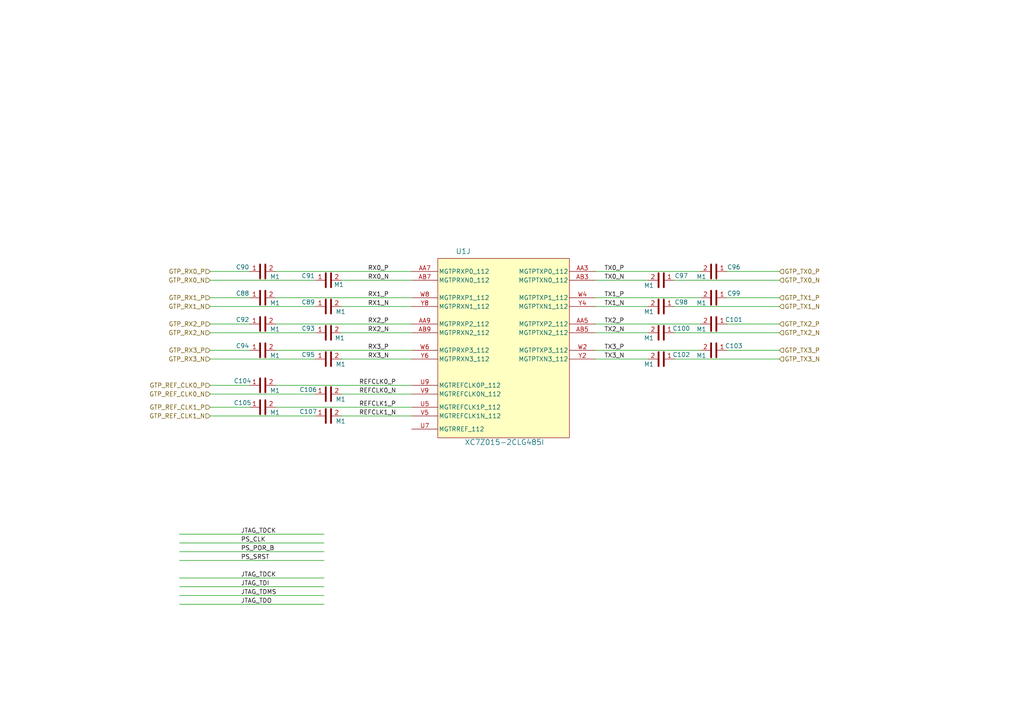
<source format=kicad_sch>
(kicad_sch (version 20250114) (generator "eeschema") (generator_version "9.0")
  (paper "A4")
  (wire (pts (xy 80.01 93.98) (xy 119.38 93.98)))
  (wire (pts (xy 210.82 86.36) (xy 226.06 86.36)))
  (wire (pts (xy 52.07 172.72) (xy 93.98 172.72)))
  (wire (pts (xy 210.82 93.98) (xy 226.06 93.98)))
  (wire (pts (xy 226.06 88.9) (xy 195.58 88.9)))
  (wire (pts (xy 226.06 81.28) (xy 195.58 81.28)))
  (wire (pts (xy 99.06 114.3) (xy 119.38 114.3)))
  (wire (pts (xy 210.82 78.74) (xy 226.06 78.74)))
  (wire (pts (xy 80.01 86.36) (xy 119.38 86.36)))
  (wire (pts (xy 60.96 118.11) (xy 72.39 118.11)))
  (wire (pts (xy 187.96 88.9) (xy 172.72 88.9)))
  (wire (pts (xy 203.2 93.98) (xy 172.72 93.98)))
  (wire (pts (xy 99.06 104.14) (xy 119.38 104.14)))
  (wire (pts (xy 60.96 111.76) (xy 72.39 111.76)))
  (wire (pts (xy 60.96 120.65) (xy 91.44 120.65)))
  (wire (pts (xy 60.96 104.14) (xy 91.44 104.14)))
  (wire (pts (xy 226.06 96.52) (xy 195.58 96.52)))
  (wire (pts (xy 203.2 101.6) (xy 172.72 101.6)))
  (wire (pts (xy 226.06 104.14) (xy 195.58 104.14)))
  (wire (pts (xy 52.07 175.26) (xy 93.98 175.26)))
  (wire (pts (xy 52.07 154.94) (xy 93.98 154.94)))
  (wire (pts (xy 80.01 101.6) (xy 119.38 101.6)))
  (wire (pts (xy 187.96 96.52) (xy 172.72 96.52)))
  (wire (pts (xy 52.07 167.64) (xy 93.98 167.64)))
  (wire (pts (xy 187.96 104.14) (xy 172.72 104.14)))
  (wire (pts (xy 210.82 101.6) (xy 226.06 101.6)))
  (wire (pts (xy 60.96 81.28) (xy 91.44 81.28)))
  (wire (pts (xy 80.01 78.74) (xy 119.38 78.74)))
  (wire (pts (xy 52.07 160.02) (xy 93.98 160.02)))
  (wire (pts (xy 60.96 101.6) (xy 72.39 101.6)))
  (wire (pts (xy 60.96 78.74) (xy 72.39 78.74)))
  (wire (pts (xy 80.01 118.11) (xy 119.38 118.11)))
  (wire (pts (xy 187.96 81.28) (xy 172.72 81.28)))
  (wire (pts (xy 60.96 96.52) (xy 91.44 96.52)))
  (wire (pts (xy 52.07 170.18) (xy 93.98 170.18)))
  (wire (pts (xy 60.96 88.9) (xy 91.44 88.9)))
  (wire (pts (xy 203.2 86.36) (xy 172.72 86.36)))
  (wire (pts (xy 52.07 162.56) (xy 93.98 162.56)))
  (wire (pts (xy 99.06 96.52) (xy 119.38 96.52)))
  (wire (pts (xy 99.06 120.65) (xy 119.38 120.65)))
  (wire (pts (xy 99.06 81.28) (xy 119.38 81.28)))
  (wire (pts (xy 99.06 88.9) (xy 119.38 88.9)))
  (wire (pts (xy 203.2 78.74) (xy 172.72 78.74)))
  (wire (pts (xy 80.01 111.76) (xy 119.38 111.76)))
  (wire (pts (xy 60.96 93.98) (xy 72.39 93.98)))
  (wire (pts (xy 60.96 114.3) (xy 91.44 114.3)))
  (wire (pts (xy 60.96 86.36) (xy 72.39 86.36)))
  (wire (pts (xy 52.07 157.48) (xy 93.98 157.48)))
  (label "RX1_P" (at 106.68 86.36 0))
  (label "JTAG_TDCK" (at 69.85 167.64 0))
  (label "TX0_P" (at 175.26 78.74 0))
  (label "RX0_P" (at 106.68 78.74 0))
  (label "TX1_P" (at 175.26 86.36 0))
  (label "PS_POR_B" (at 69.85 160.02 0))
  (label "TX3_P" (at 175.26 101.6 0))
  (label "REFCLK0_N" (at 104.14 114.3 0))
  (label "TX0_N" (at 175.26 81.28 0))
  (label "RX1_N" (at 106.68 88.9 0))
  (label "TX2_N" (at 175.26 96.52 0))
  (label "PS_SRST" (at 69.85 162.56 0))
  (label "REFCLK1_N" (at 104.14 120.65 0))
  (label "TX3_N" (at 175.26 104.14 0))
  (label "PS_CLK" (at 69.85 157.48 0))
  (label "RX3_P" (at 106.68 101.6 0))
  (label "REFCLK0_P" (at 104.14 111.76 0))
  (label "RX0_N" (at 106.68 81.28 0))
  (label "JTAG_TDCK" (at 69.85 154.94 0))
  (label "TX1_N" (at 175.26 88.9 0))
  (label "REFCLK1_P" (at 104.14 118.11 0))
  (label "RX3_N" (at 106.68 104.14 0))
  (label "TX2_P" (at 175.26 93.98 0))
  (label "RX2_P" (at 106.68 93.98 0))
  (label "JTAG_TDMS" (at 69.85 172.72 0))
  (label "JTAG_TDO" (at 69.85 175.26 0))
  (label "JTAG_TDI" (at 69.85 170.18 0))
  (label "RX2_N" (at 106.68 96.52 0))
  (hierarchical_label "GTP_TX2_N" (shape input) (at 226.06 96.52 0))
  (hierarchical_label "GTP_REF_CLK1_P" (shape input) (at 60.96 118.11 180))
  (hierarchical_label "GTP_RX2_N" (shape input) (at 60.96 96.52 180))
  (hierarchical_label "GTP_RX3_P" (shape input) (at 60.96 101.6 180))
  (hierarchical_label "GTP_RX1_P" (shape input) (at 60.96 86.36 180))
  (hierarchical_label "GTP_REF_CLK0_N" (shape input) (at 60.96 114.3 180))
  (hierarchical_label "GTP_TX2_P" (shape input) (at 226.06 93.98 0))
  (hierarchical_label "GTP_REF_CLK0_P" (shape input) (at 60.96 111.76 180))
  (hierarchical_label "GTP_REF_CLK1_N" (shape input) (at 60.96 120.65 180))
  (hierarchical_label "GTP_TX1_N" (shape input) (at 226.06 88.9 0))
  (hierarchical_label "GTP_RX3_N" (shape input) (at 60.96 104.14 180))
  (hierarchical_label "GTP_RX0_N" (shape input) (at 60.96 81.28 180))
  (hierarchical_label "GTP_TX0_N" (shape input) (at 226.06 81.28 0))
  (hierarchical_label "GTP_TX0_P" (shape input) (at 226.06 78.74 0))
  (hierarchical_label "GTP_TX3_N" (shape input) (at 226.06 104.14 0))
  (hierarchical_label "GTP_RX2_P" (shape input) (at 60.96 93.98 180))
  (hierarchical_label "GTP_TX3_P" (shape input) (at 226.06 101.6 0))
  (hierarchical_label "GTP_TX1_P" (shape input) (at 226.06 86.36 0))
  (hierarchical_label "GTP_RX1_N" (shape input) (at 60.96 88.9 180))
  (hierarchical_label "GTP_RX0_P" (shape input) (at 60.96 78.74 180))
  (symbol (lib_id "PPA-Pasive:Cap") (at 191.77 81.28 270) (mirror x) (unit 1)
    (property "Reference" "C97" (at 197.612 80.01 90))
    (property "Value" "M1" (at 188.214 82.804 90))
    (property "Footprint" "Capacitor_SMD:C_0201_0603Metric" (effects (hide yes)))
    (property "Description" "capacitor" (effects (hide yes)))
    (property "Voltage" "100V" (effects (hide yes)))
    (property "Material" "X7R" (effects (hide yes)))
    (property "PN" "CL03A104KP3NNNC" (effects (hide yes)))
    (property "JLC" "C49062" (effects (hide yes)))
    (property "JLCPCB Part #" "C1581" (effects (hide yes)))
  )
  (symbol (lib_id "PPA-Pasive:Cap") (at 207.01 93.98 270) (mirror x) (unit 1)
    (property "Reference" "C101" (at 212.852 92.71 90))
    (property "Value" "M1" (at 203.454 95.504 90))
    (property "Footprint" "Capacitor_SMD:C_0201_0603Metric" (effects (hide yes)))
    (property "Description" "capacitor" (effects (hide yes)))
    (property "Voltage" "100V" (effects (hide yes)))
    (property "Material" "X7R" (effects (hide yes)))
    (property "PN" "CL03A104KP3NNNC" (effects (hide yes)))
    (property "JLC" "C49062" (effects (hide yes)))
    (property "JLCPCB Part #" "C1581" (effects (hide yes)))
  )
  (symbol (lib_id "XC7Z015-1CLG485C:XC7Z015-1CLG485I") (at 119.38 78.74 0) (unit 10)
    (property "Reference" "U1" (at 134.366 72.898 0) (effects (font (size 1.524 1.524))))
    (property "Value" "XC7Z015-2CLG485I" (at 146.304 128.27 0) (effects (font (size 1.524 1.524))))
    (property "Footprint" "CLG485XC7Z012S/XC7Z015_AMD" (effects (hide yes)))
    (property "Datasheet" "XC7Z015-1CLG485I" (effects (hide yes)))
    (property "JLCPCB Part #" " C1522056" (effects (hide yes)))
  )
  (symbol (lib_id "PPA-Pasive:Cap") (at 207.01 101.6 270) (mirror x) (unit 1)
    (property "Reference" "C103" (at 212.852 100.33 90))
    (property "Value" "M1" (at 203.454 103.124 90))
    (property "Footprint" "Capacitor_SMD:C_0201_0603Metric" (effects (hide yes)))
    (property "Description" "capacitor" (effects (hide yes)))
    (property "Voltage" "100V" (effects (hide yes)))
    (property "Material" "X7R" (effects (hide yes)))
    (property "PN" "CL03A104KP3NNNC" (effects (hide yes)))
    (property "JLC" "C49062" (effects (hide yes)))
    (property "JLCPCB Part #" "C1581" (effects (hide yes)))
  )
  (symbol (lib_id "PPA-Pasive:Cap") (at 76.2 101.6 90) (unit 1)
    (property "Reference" "C94" (at 70.358 100.33 90))
    (property "Value" "M1" (at 79.756 103.124 90))
    (property "Footprint" "Capacitor_SMD:C_0201_0603Metric" (effects (hide yes)))
    (property "Description" "capacitor" (effects (hide yes)))
    (property "Voltage" "100V" (effects (hide yes)))
    (property "Material" "X7R" (effects (hide yes)))
    (property "PN" "CL03A104KP3NNNC" (effects (hide yes)))
    (property "JLC" "C49062" (effects (hide yes)))
    (property "JLCPCB Part #" "C1581" (effects (hide yes)))
  )
  (symbol (lib_id "PPA-Pasive:Cap") (at 191.77 88.9 270) (mirror x) (unit 1)
    (property "Reference" "C98" (at 197.612 87.63 90))
    (property "Value" "M1" (at 188.214 90.424 90))
    (property "Footprint" "Capacitor_SMD:C_0201_0603Metric" (effects (hide yes)))
    (property "Description" "capacitor" (effects (hide yes)))
    (property "Voltage" "100V" (effects (hide yes)))
    (property "Material" "X7R" (effects (hide yes)))
    (property "PN" "CL03A104KP3NNNC" (effects (hide yes)))
    (property "JLC" "C49062" (effects (hide yes)))
    (property "JLCPCB Part #" "C1581" (effects (hide yes)))
  )
  (symbol (lib_id "PPA-Pasive:Cap") (at 76.2 78.74 90) (unit 1)
    (property "Reference" "C90" (at 70.358 77.47 90))
    (property "Value" "M1" (at 79.756 80.264 90))
    (property "Footprint" "Capacitor_SMD:C_0201_0603Metric" (effects (hide yes)))
    (property "Description" "capacitor" (effects (hide yes)))
    (property "Voltage" "100V" (effects (hide yes)))
    (property "Material" "X7R" (effects (hide yes)))
    (property "PN" "CL03A104KP3NNNC" (effects (hide yes)))
    (property "JLC" "C49062" (effects (hide yes)))
    (property "JLCPCB Part #" "C1581" (effects (hide yes)))
  )
  (symbol (lib_id "PPA-Pasive:Cap") (at 207.01 78.74 270) (mirror x) (unit 1)
    (property "Reference" "C96" (at 212.852 77.47 90))
    (property "Value" "M1" (at 203.454 80.264 90))
    (property "Footprint" "Capacitor_SMD:C_0201_0603Metric" (effects (hide yes)))
    (property "Description" "capacitor" (effects (hide yes)))
    (property "Voltage" "100V" (effects (hide yes)))
    (property "Material" "X7R" (effects (hide yes)))
    (property "PN" "CL03A104KP3NNNC" (effects (hide yes)))
    (property "JLC" "C49062" (effects (hide yes)))
    (property "JLCPCB Part #" "C1581" (effects (hide yes)))
  )
  (symbol (lib_id "PPA-Pasive:Cap") (at 95.25 88.9 90) (unit 1)
    (property "Reference" "C89" (at 89.408 87.63 90))
    (property "Value" "M1" (at 98.806 90.424 90))
    (property "Footprint" "Capacitor_SMD:C_0201_0603Metric" (effects (hide yes)))
    (property "Description" "capacitor" (effects (hide yes)))
    (property "Voltage" "100V" (effects (hide yes)))
    (property "Material" "X7R" (effects (hide yes)))
    (property "PN" "CL03A104KP3NNNC" (effects (hide yes)))
    (property "JLC" "C49062" (effects (hide yes)))
    (property "JLCPCB Part #" "C1581" (effects (hide yes)))
  )
  (symbol (lib_id "PPA-Pasive:Cap") (at 207.01 86.36 270) (mirror x) (unit 1)
    (property "Reference" "C99" (at 212.852 85.09 90))
    (property "Value" "M1" (at 203.454 87.884 90))
    (property "Footprint" "Capacitor_SMD:C_0201_0603Metric" (effects (hide yes)))
    (property "Description" "capacitor" (effects (hide yes)))
    (property "Voltage" "100V" (effects (hide yes)))
    (property "Material" "X7R" (effects (hide yes)))
    (property "PN" "CL03A104KP3NNNC" (effects (hide yes)))
    (property "JLC" "C49062" (effects (hide yes)))
    (property "JLCPCB Part #" "C1581" (effects (hide yes)))
  )
  (symbol (lib_id "PPA-Pasive:Cap") (at 191.77 96.52 270) (mirror x) (unit 1)
    (property "Reference" "C100" (at 197.612 95.25 90))
    (property "Value" "M1" (at 188.214 98.044 90))
    (property "Footprint" "Capacitor_SMD:C_0201_0603Metric" (effects (hide yes)))
    (property "Description" "capacitor" (effects (hide yes)))
    (property "Voltage" "100V" (effects (hide yes)))
    (property "Material" "X7R" (effects (hide yes)))
    (property "PN" "CL03A104KP3NNNC" (effects (hide yes)))
    (property "JLC" "C49062" (effects (hide yes)))
    (property "JLCPCB Part #" "C1581" (effects (hide yes)))
  )
  (symbol (lib_id "PPA-Pasive:Cap") (at 95.25 104.14 90) (unit 1)
    (property "Reference" "C95" (at 89.408 102.87 90))
    (property "Value" "M1" (at 98.806 105.664 90))
    (property "Footprint" "Capacitor_SMD:C_0201_0603Metric" (effects (hide yes)))
    (property "Description" "capacitor" (effects (hide yes)))
    (property "Voltage" "100V" (effects (hide yes)))
    (property "Material" "X7R" (effects (hide yes)))
    (property "PN" "CL03A104KP3NNNC" (effects (hide yes)))
    (property "JLC" "C49062" (effects (hide yes)))
    (property "JLCPCB Part #" "C1581" (effects (hide yes)))
  )
  (symbol (lib_id "PPA-Pasive:Cap") (at 76.2 118.11 90) (unit 1)
    (property "Reference" "C105" (at 70.358 116.84 90))
    (property "Value" "M1" (at 79.756 119.634 90))
    (property "Footprint" "Capacitor_SMD:C_0201_0603Metric" (effects (hide yes)))
    (property "Description" "capacitor" (effects (hide yes)))
    (property "Voltage" "100V" (effects (hide yes)))
    (property "Material" "X7R" (effects (hide yes)))
    (property "PN" "CL03A104KP3NNNC" (effects (hide yes)))
    (property "JLC" "C49062" (effects (hide yes)))
    (property "JLCPCB Part #" "C1581" (effects (hide yes)))
  )
  (symbol (lib_id "PPA-Pasive:Cap") (at 95.25 96.52 90) (unit 1)
    (property "Reference" "C93" (at 89.408 95.25 90))
    (property "Value" "M1" (at 98.552 98.044 90))
    (property "Footprint" "Capacitor_SMD:C_0201_0603Metric" (effects (hide yes)))
    (property "Description" "capacitor" (effects (hide yes)))
    (property "Voltage" "100V" (effects (hide yes)))
    (property "Material" "X7R" (effects (hide yes)))
    (property "PN" "CL03A104KP3NNNC" (effects (hide yes)))
    (property "JLC" "C49062" (effects (hide yes)))
    (property "JLCPCB Part #" "C1581" (effects (hide yes)))
  )
  (symbol (lib_id "PPA-Pasive:Cap") (at 95.25 81.28 90) (unit 1)
    (property "Reference" "C91" (at 89.408 80.01 90))
    (property "Value" "M1" (at 98.298 82.55 90))
    (property "Footprint" "Capacitor_SMD:C_0201_0603Metric" (effects (hide yes)))
    (property "Description" "capacitor" (effects (hide yes)))
    (property "Voltage" "100V" (effects (hide yes)))
    (property "Material" "X7R" (effects (hide yes)))
    (property "PN" "CL03A104KP3NNNC" (effects (hide yes)))
    (property "JLC" "C49062" (effects (hide yes)))
    (property "JLCPCB Part #" "C1581" (effects (hide yes)))
  )
  (symbol (lib_id "PPA-Pasive:Cap") (at 76.2 86.36 90) (unit 1)
    (property "Reference" "C88" (at 70.358 85.09 90))
    (property "Value" "M1" (at 79.756 87.884 90))
    (property "Footprint" "Capacitor_SMD:C_0201_0603Metric" (effects (hide yes)))
    (property "Description" "capacitor" (effects (hide yes)))
    (property "Voltage" "100V" (effects (hide yes)))
    (property "Material" "X7R" (effects (hide yes)))
    (property "PN" "CL03A104KP3NNNC" (effects (hide yes)))
    (property "JLC" "C49062" (effects (hide yes)))
    (property "JLCPCB Part #" "C1581" (effects (hide yes)))
  )
  (symbol (lib_id "PPA-Pasive:Cap") (at 76.2 111.76 90) (unit 1)
    (property "Reference" "C104" (at 70.358 110.49 90))
    (property "Value" "M1" (at 79.756 113.284 90))
    (property "Footprint" "Capacitor_SMD:C_0201_0603Metric" (effects (hide yes)))
    (property "Description" "capacitor" (effects (hide yes)))
    (property "Voltage" "100V" (effects (hide yes)))
    (property "Material" "X7R" (effects (hide yes)))
    (property "PN" "CL03A104KP3NNNC" (effects (hide yes)))
    (property "JLC" "C49062" (effects (hide yes)))
    (property "JLCPCB Part #" "C1581" (effects (hide yes)))
  )
  (symbol (lib_id "PPA-Pasive:Cap") (at 95.25 120.65 90) (unit 1)
    (property "Reference" "C107" (at 89.408 119.38 90))
    (property "Value" "M1" (at 98.806 122.174 90))
    (property "Footprint" "Capacitor_SMD:C_0201_0603Metric" (effects (hide yes)))
    (property "Description" "capacitor" (effects (hide yes)))
    (property "Voltage" "100V" (effects (hide yes)))
    (property "Material" "X7R" (effects (hide yes)))
    (property "PN" "CL03A104KP3NNNC" (effects (hide yes)))
    (property "JLC" "C49062" (effects (hide yes)))
    (property "JLCPCB Part #" "C1581" (effects (hide yes)))
  )
  (symbol (lib_id "PPA-Pasive:Cap") (at 95.25 114.3 90) (unit 1)
    (property "Reference" "C106" (at 89.408 113.03 90))
    (property "Value" "M1" (at 98.806 115.824 90))
    (property "Footprint" "Capacitor_SMD:C_0201_0603Metric" (effects (hide yes)))
    (property "Description" "capacitor" (effects (hide yes)))
    (property "Voltage" "100V" (effects (hide yes)))
    (property "Material" "X7R" (effects (hide yes)))
    (property "PN" "CL03A104KP3NNNC" (effects (hide yes)))
    (property "JLC" "C49062" (effects (hide yes)))
    (property "JLCPCB Part #" "C1581" (effects (hide yes)))
  )
  (symbol (lib_id "PPA-Pasive:Cap") (at 191.77 104.14 270) (mirror x) (unit 1)
    (property "Reference" "C102" (at 197.612 102.87 90))
    (property "Value" "M1" (at 188.214 105.664 90))
    (property "Footprint" "Capacitor_SMD:C_0201_0603Metric" (effects (hide yes)))
    (property "Description" "capacitor" (effects (hide yes)))
    (property "Voltage" "100V" (effects (hide yes)))
    (property "Material" "X7R" (effects (hide yes)))
    (property "PN" "CL03A104KP3NNNC" (effects (hide yes)))
    (property "JLC" "C49062" (effects (hide yes)))
    (property "JLCPCB Part #" "C1581" (effects (hide yes)))
  )
  (symbol (lib_id "PPA-Pasive:Cap") (at 76.2 93.98 90) (unit 1)
    (property "Reference" "C92" (at 70.358 92.71 90))
    (property "Value" "M1" (at 79.756 95.504 90))
    (property "Footprint" "Capacitor_SMD:C_0201_0603Metric" (effects (hide yes)))
    (property "Description" "capacitor" (effects (hide yes)))
    (property "Voltage" "100V" (effects (hide yes)))
    (property "Material" "X7R" (effects (hide yes)))
    (property "PN" "CL03A104KP3NNNC" (effects (hide yes)))
    (property "JLC" "C49062" (effects (hide yes)))
    (property "JLCPCB Part #" "C1581" (effects (hide yes)))
  )
)
</source>
